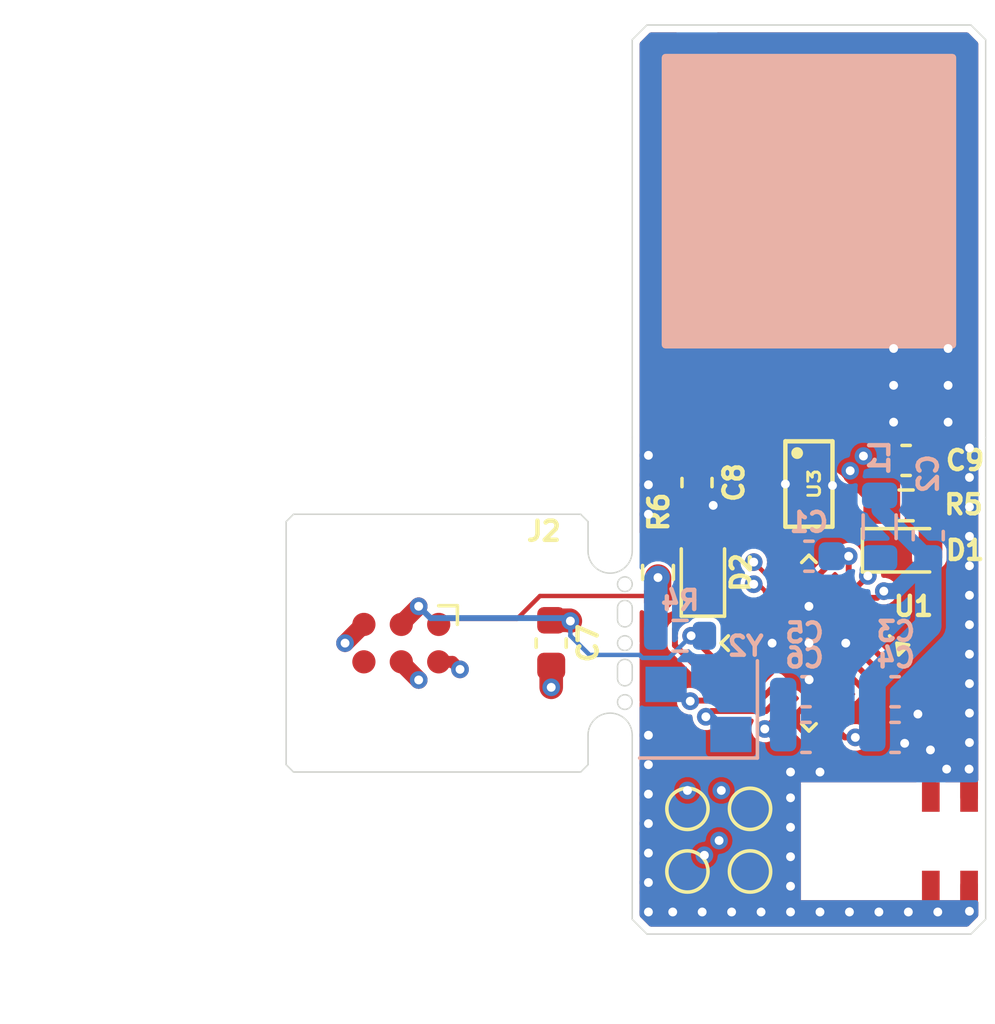
<source format=kicad_pcb>
(kicad_pcb (version 20240108) (generator "pcbnew") (generator_version "8.0")
  (layers (0 "F.Cu" signal) (1 "In1.Cu" signal) (2 "In2.Cu" signal) (31 "B.Cu" signal) (34 "B.Paste" user) (35 "F.Paste" user) (36 "B.SilkS" user "B.Silkscreen") (37 "F.SilkS" user "F.Silkscreen") (38 "B.Mask" user) (39 "F.Mask" user) (44 "Edge.Cuts" user))
  (net 0 "")
  (net 1 "GND")
  (net 2 "Net-(AE2-FEED)")
  (net 3 "+3V3")
  (net 4 "+5V")
  (net 5 "Net-(D1-A)")
  (net 6 "Net-(D2-A)")
  (net 7 "/USB_DP")
  (net 8 "/USB_DN")
  (net 28 "/VDCIA")
  (net 29 "/VINTA")
  (net 30 "/NRST")
  (net 31 "/STATUS")
  (net 32 "/SWCLK")
  (net 33 "/SWDIO")
  (net 34 "/VSW")
  (net 35 "/HSE_I")
  (net 36 "/HSE_O")
  (footprint "LED_SMD:LED_0603_1608Metric" (layer "F.Cu") (at 145.4 125.8)
    (property "Reference" "D1" (at 2 0 0) (layer "F.SilkS") (effects (font (size 0.65 0.65))))
    (property "Value" "PWR")
    (fp_line (start -1.485 -0.735) (end -1.485 0.735) (stroke (width 0.12)) (layer "F.SilkS"))
    (fp_line (start -1.485 0.735) (end 0.799998 0.734999) (stroke (width 0.12)) (layer "F.SilkS"))
    (fp_line (start 0.799999 -0.734999) (end -1.485 -0.735) (stroke (width 0.12)) (layer "F.SilkS"))
    (pad "1" smd roundrect (at -0.787502 -0.000001) (size 0.875 0.95) (layers "F.Cu" "F.Paste" "F.Mask") (net 1 "GND"))
    (pad "2" smd roundrect (at 0.787502 0.000001) (size 0.875 0.95) (layers "F.Cu" "F.Paste" "F.Mask") (net 5 "Net-(D1-A)"))
  )
  (footprint "Connector:Tag-Connect_TC2030-IDC-FP_2x03_P1.27mm_Vertical" (layer "F.Cu") (at 128.259997 128.949999 180)
    (property "Reference" "J2" (at -4.840003 3.799999 0) (layer "F.SilkS") (effects (font (size 0.65 0.65))))
    (property "Value" "Conn_ARM_SWD_TagConnect_TC2030")
    (fp_line (start -1.269998 1.269998) (end -1.905 1.27) (stroke (width 0.12)) (layer "F.SilkS"))
    (fp_line (start -1.905 1.27) (end -1.905 0.634998) (stroke (width 0.12)) (layer "F.SilkS"))
    (pad "" np_thru_hole circle (at -2.540003 -0.000001 180) (size 0.9906 0.9906) (drill 0.9906) (layers "*.Cu" "*.Mask"))
    (pad "" np_thru_hole circle (at -2.54 -2.54 180) (size 2.3749 2.3749) (drill 2.3749) (layers "*.Cu" "*.Mask"))
    (pad "" np_thru_hole circle (at -2.54 2.54 180) (size 2.3749 2.3749) (drill 2.3749) (layers "*.Cu" "*.Mask"))
    (pad "" np_thru_hole circle (at 0.635001 -2.54 180) (size 2.3749 2.3749) (drill 2.3749) (layers "*.Cu" "*.Mask"))
    (pad "" np_thru_hole circle (at 0.635001 2.54 180) (size 2.3749 2.3749) (drill 2.3749) (layers "*.Cu" "*.Mask"))
    (pad "" np_thru_hole circle (at 2.540002 -1.016002 180) (size 0.9906 0.9906) (drill 0.9906) (layers "*.Cu" "*.Mask"))
    (pad "" np_thru_hole circle (at 2.540002 1.016001 180) (size 0.9906 0.9906) (drill 0.9906) (layers "*.Cu" "*.Mask"))
    (pad "1" connect circle (at -1.27 0.634999 180) (size 0.7874 0.7874) (layers "F.Cu" "F.Mask") (net 3 "+3V3"))
    (pad "2" connect circle (at -1.269998 -0.634999 180) (size 0.7874 0.7874) (layers "F.Cu" "F.Mask") (net 33 "/SWDIO"))
    (pad "3" connect circle (at 0 0.635 180) (size 0.7874 0.7874) (layers "F.Cu" "F.Mask") (net 30 "/NRST"))
    (pad "4" connect circle (at 0 -0.635 180) (size 0.7874 0.7874) (layers "F.Cu" "F.Mask") (net 32 "/SWCLK"))
    (pad "5" connect circle (at 1.269998 0.634999 180) (size 0.7874 0.7874) (layers "F.Cu" "F.Mask") (net 1 "GND"))
    (pad "6" connect circle (at 1.27 -0.634999 180) (size 0.7874 0.7874) (layers "F.Cu" "F.Mask"))
    (zone (net 0) (net_name "") (layer "F.Cu") (connect_pads (clearance 0)) (min_thickness 0.254)
      (keepout (tracks allowed) (vias not_allowed) (pads allowed) (copperpour not_allowed) (footprints not_allowed))
      (fill (thermal_gap 0.508) (thermal_bridge_width 0.508))
      (polygon (pts (xy 126.989997 129.584998) (xy 129.529995 129.584998) (xy 129.529997 128.315) (xy 126.989999 128.315)))
    )
  )
  (footprint "Capacitor_SMD:C_0603_1608Metric" (layer "F.Cu") (at 145.4 122.75)
    (property "Reference" "C9" (at 2 0 0) (layer "F.SilkS") (effects (font (size 0.65 0.65))))
    (property "Value" "1u")
    (fp_line (start -0.140581 -0.509999) (end 0.140581 -0.51) (stroke (width 0.12)) (layer "F.SilkS"))
    (fp_line (start -0.140581 0.51) (end 0.140581 0.509999) (stroke (width 0.12)) (layer "F.SilkS"))
    (pad "1" smd roundrect (at -0.775001 0) (size 0.9 0.95) (layers "F.Cu" "F.Paste" "F.Mask") (net 3 "+3V3"))
    (pad "2" smd roundrect (at 0.775001 0) (size 0.9 0.95) (layers "F.Cu" "F.Paste" "F.Mask") (net 1 "GND"))
  )
  (footprint "Package_DFN_QFN:QFN-32-1EP_4x4mm_P0.4mm_EP2.65x2.65mm" (layer "F.Cu") (at 142.1 128.95 -135)
    (property "Reference" "U1" (at -3.394113 -1.626346 0) (layer "F.SilkS") (effects (font (size 0.65 0.65))))
    (property "Value" "~")
    (fp_line (start 2.110001 2.110002) (end 2.110001 1.76) (stroke (width 0.12)) (layer "F.SilkS"))
    (fp_line (start 1.759998 2.11) (end 2.110001 2.110002) (stroke (width 0.12)) (layer "F.SilkS"))
    (fp_line (start -1.76 2.110001) (end -2.110002 2.110001) (stroke (width 0.12)) (layer "F.SilkS"))
    (fp_line (start 2.110002 -2.110001) (end 2.11 -1.759998) (stroke (width 0.12)) (layer "F.SilkS"))
    (fp_line (start -2.110002 2.110001) (end -2.11 1.759998) (stroke (width 0.12)) (layer "F.SilkS"))
    (fp_line (start 1.76 -2.110001) (end 2.110002 -2.110001) (stroke (width 0.12)) (layer "F.SilkS"))
    (fp_line (start -2.110001 -1.76) (end -2.110002 -1.87) (stroke (width 0.12)) (layer "F.SilkS"))
    (fp_poly (pts (xy -2.110001 -2.110002) (xy -2.35 -2.439999) (xy -1.87 -2.440003) (xy -2.110001 -2.110002)) (stroke (width 0.12)) (fill solid) (layer "F.SilkS"))
    (pad "1" smd custom (at -1.95 -1.400001 225) (size 0.129289 0.129289) (layers "F.Cu" "F.Paste" "F.Mask") (options (clearance outline) (anchor circle)) (primitives (gr_poly (pts (xy -0.35 -0.05) (xy 0.279289 -0.05) (xy 0.35 0.020711) (xy 0.35 0.05) (xy -0.35 0.05)) (width 0.1) (fill yes))))
    (pad "2" smd roundrect (at -1.949998 -1 225) (size 0.8 0.2) (layers "F.Cu" "F.Paste" "F.Mask"))
    (pad "3" smd roundrect (at -1.95 -0.600002 225) (size 0.8 0.2) (layers "F.Cu" "F.Paste" "F.Mask"))
    (pad "4" smd roundrect (at -1.950002 -0.2 225) (size 0.8 0.2) (layers "F.Cu" "F.Paste" "F.Mask") (net 28 "/VDCIA"))
    (pad "5" smd roundrect (at -1.95 0.199999 225) (size 0.8 0.2) (layers "F.Cu" "F.Paste" "F.Mask") (net 34 "/VSW"))
    (pad "6" smd roundrect (at -1.950003 0.600001 225) (size 0.8 0.2) (layers "F.Cu" "F.Paste" "F.Mask") (net 3 "+3V3"))
    (pad "7" smd roundrect (at -1.95 1.000002 225) (size 0.8 0.2) (layers "F.Cu" "F.Paste" "F.Mask"))
    (pad "8" smd custom (at -1.95 1.400002 225) (size 0.129289 0.129289) (layers "F.Cu" "F.Paste" "F.Mask") (options (clearance outline) (anchor circle)) (primitives (gr_poly (pts (xy -0.35 -0.05) (xy 0.35 -0.05) (xy 0.35 -0.020711) (xy 0.279289 0.05) (xy -0.35 0.05)) (width 0.1) (fill yes))))
    (pad "9" smd custom (at -1.400001 1.95 225) (size 0.129289 0.129289) (layers "F.Cu" "F.Paste" "F.Mask") (options (clearance outline) (anchor circle)) (primitives (gr_poly (pts (xy -0.05 -0.279289) (xy 0.020711 -0.35) (xy 0.05 -0.35) (xy 0.05 0.35) (xy -0.05 0.35)) (width 0.1) (fill yes))))
    (pad "10" smd roundrect (at -1 1.949998 225) (size 0.2 0.8) (layers "F.Cu" "F.Paste" "F.Mask"))
    (pad "11" smd roundrect (at -0.600002 1.95 225) (size 0.2 0.8) (layers "F.Cu" "F.Paste" "F.Mask") (net 32 "/SWCLK"))
    (pad "12" smd roundrect (at -0.2 1.950002 225) (size 0.2 0.8) (layers "F.Cu" "F.Paste" "F.Mask") (net 33 "/SWDIO"))
    (pad "13" smd roundrect (at 0.199999 1.95 225) (size 0.2 0.8) (layers "F.Cu" "F.Paste" "F.Mask"))
    (pad "14" smd roundrect (at 0.600001 1.950003 225) (size 0.2 0.8) (layers "F.Cu" "F.Paste" "F.Mask"))
    (pad "15" smd roundrect (at 1.000002 1.95 225) (size 0.2 0.8) (layers "F.Cu" "F.Paste" "F.Mask") (net 7 "/USB_DP"))
    (pad "16" smd custom (at 1.400002 1.95 225) (size 0.129289 0.129289) (layers "F.Cu" "F.Paste" "F.Mask") (net 8 "/USB_DN") (options (clearance outline) (anchor circle)) (primitives (gr_poly (pts (xy -0.05 -0.35) (xy -0.020711 -0.35) (xy 0.05 -0.279289) (xy 0.05 0.35) (xy -0.05 0.35)) (width 0.1) (fill yes))))
    (pad "17" smd custom (at 1.95 1.400001 225) (size 0.129289 0.129289) (layers "F.Cu" "F.Paste" "F.Mask") (options (clearance outline) (anchor circle)) (primitives (gr_poly (pts (xy -0.35 -0.05) (xy 0.35 -0.05) (xy 0.35 0.05) (xy -0.279289 0.05) (xy -0.35 -0.020711)) (width 0.1) (fill yes))))
    (pad "18" smd roundrect (at 1.949998 1 225) (size 0.8 0.2) (layers "F.Cu" "F.Paste" "F.Mask"))
    (pad "19" smd roundrect (at 1.95 0.600002 225) (size 0.8 0.2) (layers "F.Cu" "F.Paste" "F.Mask") (net 30 "/NRST"))
    (pad "20" smd roundrect (at 1.950002 0.2 225) (size 0.8 0.2) (layers "F.Cu" "F.Paste" "F.Mask") (net 31 "/STATUS"))
    (pad "21" smd roundrect (at 1.95 -0.199999 225) (size 0.8 0.2) (layers "F.Cu" "F.Paste" "F.Mask") (net 36 "/HSE_O"))
    (pad "22" smd roundrect (at 1.950003 -0.600001 225) (size 0.8 0.2) (layers "F.Cu" "F.Paste" "F.Mask") (net 35 "/HSE_I"))
    (pad "23" smd roundrect (at 1.95 -1.000002 225) (size 0.8 0.2) (layers "F.Cu" "F.Paste" "F.Mask") (net 29 "/VINTA"))
    (pad "24" smd custom (at 1.95 -1.400002 225) (size 0.129289 0.129289) (layers "F.Cu" "F.Paste" "F.Mask") (net 2 "Net-(AE2-FEED)") (options (clearance outline) (anchor circle)) (primitives (gr_poly (pts (xy -0.35 0.020711) (xy -0.279289 -0.05) (xy 0.35 -0.05) (xy 0.35 0.05) (xy -0.35 0.05)) (width 0.1) (fill yes))))
    (pad "25" smd custom (at 1.400001 -1.95 225) (size 0.129289 0.129289) (layers "F.Cu" "F.Paste" "F.Mask") (net 28 "/VDCIA") (options (clearance outline) (anchor circle)) (primitives (gr_poly (pts (xy -0.05 -0.35) (xy 0.05 -0.35) (xy 0.05 0.279289) (xy -0.020711 0.35) (xy -0.05 0.35)) (width 0.1) (fill yes))))
    (pad "26" smd roundrect (at 1 -1.949998 225) (size 0.2 0.8) (layers "F.Cu" "F.Paste" "F.Mask"))
    (pad "27" smd roundrect (at 0.600002 -1.95 225) (size 0.2 0.8) (layers "F.Cu" "F.Paste" "F.Mask"))
    (pad "28" smd roundrect (at 0.2 -1.950002 225) (size 0.2 0.8) (layers "F.Cu" "F.Paste" "F.Mask"))
    (pad "29" smd roundrect (at -0.199999 -1.95 225) (size 0.2 0.8) (layers "F.Cu" "F.Paste" "F.Mask"))
    (pad "30" smd roundrect (at -0.600001 -1.950003 225) (size 0.2 0.8) (layers "F.Cu" "F.Paste" "F.Mask"))
    (pad "31" smd roundrect (at -1.000002 -1.95 225) (size 0.2 0.8) (layers "F.Cu" "F.Paste" "F.Mask"))
    (pad "32" smd custom (at -1.400002 -1.95 225) (size 0.129289 0.129289) (layers "F.Cu" "F.Paste" "F.Mask") (options (clearance outline) (anchor circle)) (primitives (gr_poly (pts (xy -0.05 -0.35) (xy 0.05 -0.35) (xy 0.05 0.35) (xy 0.020711 0.35) (xy -0.05 0.279289)) (width 0.1) (fill yes))))
    (pad "33" smd rect (at 0 0 225) (size 2.65 2.65) (property pad_prop_heatsink) (layers "F.Cu" "F.Mask") (net 1 "GND"))
  )
  (footprint "TestPoint:TestPoint_Pad_D1.0mm" (layer "F.Cu") (at 137.975 134.575)
    (property "Reference" "TP3" (hide yes))
    (property "Value" "TestPoint")
    (fp_circle (center 0 0) (end 0 0.7) (stroke (width 0.12)) (fill none) (layer "F.SilkS"))
    (pad "1" smd circle (at 0 0) (size 1 1) (layers "F.Cu" "F.Mask") (net 33 "/SWDIO"))
  )
  (footprint "Marijn_KiCad:PCB_USB" (layer "F.Cu") (at 142.1 114.97)
    (property "Reference" "J1" (hide yes))
    (property "Value" "PCB_USB")
    (fp_line (start -6 -6.5) (end -5.5 -7) (stroke (width 0.05)) (layer "Edge.Cuts"))
    (fp_line (start -6 7) (end -6 -6.5) (stroke (width 0.05)) (layer "Edge.Cuts"))
    (fp_line (start -5.5 -7) (end 5.5 -7) (stroke (width 0.05)) (layer "Edge.Cuts"))
    (fp_line (start 5.5 -7) (end 6 -6.5) (stroke (width 0.05)) (layer "Edge.Cuts"))
    (fp_line (start 6 -6.5) (end 6 7) (stroke (width 0.05)) (layer "Edge.Cuts"))
    (pad "1" smd roundrect (at -3.8 0) (size 1.3 13) (layers "F.Cu" "F.Paste" "F.Mask") (roundrect_rratio 0.1) (net 4 "+5V"))
    (pad "2" smd roundrect (at -1 0.5) (size 1.3 12) (layers "F.Cu" "F.Paste" "F.Mask") (roundrect_rratio 0.1) (net 8 "/USB_DN"))
    (pad "3" smd roundrect (at 1 0.5) (size 1.3 12) (layers "F.Cu" "F.Paste" "F.Mask") (roundrect_rratio 0.1) (net 7 "/USB_DP"))
    (pad "4" smd roundrect (at 3.8 0) (size 1.3 13) (layers "F.Cu" "F.Paste" "F.Mask") (roundrect_rratio 0.1) (net 1 "GND"))
  )
  (footprint "Capacitor_SMD:C_0603_1608Metric" (layer "F.Cu") (at 133.35 128.95 90)
    (property "Reference" "C7" (at 0 1.25 90) (layer "F.SilkS") (effects (font (size 0.65 0.65))))
    (property "Value" "100n")
    (fp_line (start -0.140581 -0.509999) (end 0.140581 -0.51) (stroke (width 0.12)) (layer "F.SilkS"))
    (fp_line (start -0.140581 0.51) (end 0.140581 0.509999) (stroke (width 0.12)) (layer "F.SilkS"))
    (pad "1" smd roundrect (at -0.775001 0 90) (size 0.9 0.95) (layers "F.Cu" "F.Paste" "F.Mask") (net 1 "GND"))
    (pad "2" smd roundrect (at 0.775001 0 90) (size 0.9 0.95) (layers "F.Cu" "F.Paste" "F.Mask") (net 30 "/NRST"))
  )
  (footprint "TestPoint:TestPoint_Pad_D1.0mm" (layer "F.Cu") (at 140.1 136.7)
    (property "Reference" "TP4" (hide yes))
    (property "Value" "TestPoint")
    (fp_circle (center 0 0) (end 0 0.7) (stroke (width 0.12)) (fill none) (layer "F.SilkS"))
    (pad "1" smd circle (at 0 0) (size 1 1) (layers "F.Cu" "F.Mask") (net 1 "GND"))
  )
  (footprint "TestPoint:TestPoint_Pad_D1.0mm" (layer "F.Cu") (at 140.1 134.575)
    (property "Reference" "TP2" (hide yes))
    (property "Value" "TestPoint")
    (fp_circle (center 0 0) (end 0 0.7) (stroke (width 0.12)) (fill none) (layer "F.SilkS"))
    (pad "1" smd circle (at 0 0) (size 1 1) (layers "F.Cu" "F.Mask") (net 32 "/SWCLK"))
  )
  (footprint "Capacitor_SMD:C_0603_1608Metric" (layer "F.Cu") (at 138.3 123.5 -90)
    (property "Reference" "C8" (at 0 -1.25 90) (layer "F.SilkS") (effects (font (size 0.65 0.65))))
    (property "Value" "1u")
    (fp_line (start -0.140581 0.509999) (end 0.140581 0.51) (stroke (width 0.12)) (layer "F.SilkS"))
    (fp_line (start -0.140581 -0.51) (end 0.140581 -0.509999) (stroke (width 0.12)) (layer "F.SilkS"))
    (pad "1" smd roundrect (at -0.775001 0 270) (size 0.9 0.95) (layers "F.Cu" "F.Paste" "F.Mask") (net 4 "+5V"))
    (pad "2" smd roundrect (at 0.775001 0 270) (size 0.9 0.95) (layers "F.Cu" "F.Paste" "F.Mask") (net 1 "GND"))
  )
  (footprint "Resistor_SMD:R_0603_1608Metric" (layer "F.Cu") (at 145.4 124.275)
    (property "Reference" "R5" (at 1.95 -0.025 0) (layer "F.SilkS") (effects (font (size 0.65 0.65))))
    (property "Value" "5k1")
    (fp_line (start -0.237258 -0.5225) (end 0.237258 -0.5225) (stroke (width 0.12)) (layer "F.SilkS"))
    (fp_line (start -0.237258 0.5225) (end 0.237258 0.5225) (stroke (width 0.12)) (layer "F.SilkS"))
    (pad "1" smd roundrect (at -0.825 0) (size 0.8 0.95) (layers "F.Cu" "F.Paste" "F.Mask") (net 3 "+3V3"))
    (pad "2" smd roundrect (at 0.825 0) (size 0.8 0.95) (layers "F.Cu" "F.Paste" "F.Mask") (net 5 "Net-(D1-A)"))
  )
  (footprint "Marijn_KiCad:SOT-25" (layer "F.Cu") (at 142.1 123.55 -90)
    (property "Reference" "U3" (at 0 -0.18 90) (layer "F.SilkS") (effects (font (size 0.4 0.5) (thickness 0.1))))
    (property "Value" "AP7343" (hide yes))
    (fp_line (start -1.45 0.8) (end -1.45 -0.8) (stroke (width 0.15)) (layer "F.SilkS"))
    (fp_line (start 1.45 0.8) (end -1.45 0.8) (stroke (width 0.15)) (layer "F.SilkS"))
    (fp_line (start -1.45 -0.8) (end 1.45 -0.8) (stroke (width 0.15)) (layer "F.SilkS"))
    (fp_line (start 1.45 -0.8) (end 1.45 0.8) (stroke (width 0.15)) (layer "F.SilkS"))
    (fp_circle (center -1.05 0.400001) (end -0.95 0.4) (stroke (width 0.2)) (fill none) (layer "F.SilkS"))
    (pad "1" smd rect (at -0.949997 1.200002 270) (size 0.55 0.8) (layers "F.Cu" "F.Paste" "F.Mask") (net 4 "+5V"))
    (pad "2" smd rect (at 0 1.2 270) (size 0.55 0.8) (layers "F.Cu" "F.Paste" "F.Mask") (net 1 "GND"))
    (pad "3" smd rect (at 0.95 1.200003 270) (size 0.55 0.8) (layers "F.Cu" "F.Paste" "F.Mask") (net 4 "+5V"))
    (pad "4" smd rect (at 0.949997 -1.200002 270) (size 0.55 0.8) (layers "F.Cu" "F.Paste" "F.Mask"))
    (pad "5" smd rect (at -0.95 -1.200003 270) (size 0.55 0.8) (layers "F.Cu" "F.Paste" "F.Mask") (net 3 "+3V3"))
  )
  (footprint "Resistor_SMD:R_0603_1608Metric" (layer "F.Cu") (at 136.974999 126.549999 90)
    (property "Reference" "R6" (at 2.049999 0.025001 90) (layer "F.SilkS") (effects (font (size 0.65 0.65))))
    (property "Value" "1k")
    (fp_line (start -0.237258 -0.5225) (end 0.237258 -0.5225) (stroke (width 0.12)) (layer "F.SilkS"))
    (fp_line (start -0.237258 0.5225) (end 0.237258 0.5225) (stroke (width 0.12)) (layer "F.SilkS"))
    (pad "1" smd roundrect (at -0.825 0 90) (size 0.8 0.95) (layers "F.Cu" "F.Paste" "F.Mask") (net 3 "+3V3"))
    (pad "2" smd roundrect (at 0.825 0 90) (size 0.8 0.95) (layers "F.Cu" "F.Paste" "F.Mask") (net 6 "Net-(D2-A)"))
  )
  (footprint "TestPoint:TestPoint_Pad_D1.0mm" (layer "F.Cu") (at 137.975 136.7)
    (property "Reference" "TP1" (hide yes))
    (property "Value" "TestPoint")
    (fp_circle (center 0 0) (end 0 0.7) (stroke (width 0.12)) (fill none) (layer "F.SilkS"))
    (pad "1" smd circle (at 0 0) (size 1 1) (layers "F.Cu" "F.Mask") (net 3 "+3V3"))
  )
  (footprint "Marijn_KiCad:2450AT18D0100" (layer "F.Cu") (at 146.8875 135.675 -90)
    (property "Reference" "AE2" (hide yes))
    (property "Value" "2450AT18D0100")
    (pad "1" smd rect (at -1.5 0.65 270) (size 1 0.6) (layers "F.Cu" "F.Paste" "F.Mask") (net 2 "Net-(AE2-FEED)"))
    (pad "2" smd rect (at 1.5 0.65 270) (size 1 0.6) (layers "F.Cu" "F.Paste" "F.Mask") (net 1 "GND"))
    (pad "3" smd rect (at 1.5 -0.65 270) (size 1 0.6) (layers "F.Cu" "F.Paste" "F.Mask") (net 1 "GND"))
    (pad "4" smd rect (at -1.5 -0.65 270) (size 1 0.6) (layers "F.Cu" "F.Paste" "F.Mask") (net 1 "GND"))
  )
  (footprint "LED_SMD:LED_0603_1608Metric" (layer "F.Cu") (at 138.5 126.55 90)
    (property "Reference" "D2" (at 0 1.3 -90) (layer "F.SilkS") (effects (font (size 0.65 0.65))))
    (property "Value" "CH_STATUS")
    (fp_line (start 0.799997 -0.734999) (end -1.485002 -0.734999) (stroke (width 0.12)) (layer "F.SilkS"))
    (fp_line (start -1.485002 -0.734999) (end -1.485001 0.734999) (stroke (width 0.12)) (layer "F.SilkS"))
    (fp_line (start -1.485001 0.734999) (end 0.799997 0.735002) (stroke (width 0.12)) (layer "F.SilkS"))
    (pad "1" smd roundrect (at -0.787501 0 90) (size 0.875 0.95) (layers "F.Cu" "F.Paste" "F.Mask") (net 31 "/STATUS"))
    (pad "2" smd roundrect (at 0.787501 0 90) (size 0.875 0.95) (layers "F.Cu" "F.Paste" "F.Mask") (net 6 "Net-(D2-A)"))
  )
  (footprint "Capacitor_SMD:C_0603_1608Metric" (layer "B.Cu") (at 142 132.15 180)
    (property "Reference" "C6" (at 0.05 2.7 0) (layer "B.SilkS") (effects (font (size 0.65 0.65)) (justify mirror)))
    (property "Value" "100n")
    (fp_line (start 0.14058 0.51) (end -0.14058 0.51) (stroke (width 0.12)) (layer "B.SilkS"))
    (fp_line (start 0.14058 -0.51) (end -0.14058 -0.51) (stroke (width 0.12)) (layer "B.SilkS"))
    (pad "1" smd roundrect (at -0.775 0 180) (size 0.9 0.95) (layers "B.Cu" "B.Paste" "B.Mask") (net 1 "GND"))
    (pad "2" smd roundrect (at 0.775 0 180) (size 0.9 0.95) (layers "B.Cu" "B.Paste" "B.Mask") (net 29 "/VINTA"))
  )
  (footprint "Capacitor_SMD:C_0603_1608Metric" (layer "B.Cu") (at 142 130.6 180)
    (property "Reference" "C5" (at 0.05 2 0) (layer "B.SilkS") (effects (font (size 0.65 0.65)) (justify mirror)))
    (property "Value" "470n")
    (fp_line (start 0.14058 0.51) (end -0.14058 0.51) (stroke (width 0.12)) (layer "B.SilkS"))
    (fp_line (start 0.14058 -0.51) (end -0.14058 -0.51) (stroke (width 0.12)) (layer "B.SilkS"))
    (pad "1" smd roundrect (at -0.775 0 180) (size 0.9 0.95) (layers "B.Cu" "B.Paste" "B.Mask") (net 1 "GND"))
    (pad "2" smd roundrect (at 0.775 0 180) (size 0.9 0.95) (layers "B.Cu" "B.Paste" "B.Mask") (net 29 "/VINTA"))
  )
  (footprint "Capacitor_SMD:C_0603_1608Metric" (layer "B.Cu") (at 145.025002 130.600002 180)
    (property "Reference" "C3" (at -0.024998 2.050002 0) (layer "B.SilkS") (effects (font (size 0.65 0.65)) (justify mirror)))
    (property "Value" "470n")
    (fp_line (start 0.140581 0.51) (end -0.140581 0.509999) (stroke (width 0.12)) (layer "B.SilkS"))
    (fp_line (start 0.140581 -0.509999) (end -0.140581 -0.51) (stroke (width 0.12)) (layer "B.SilkS"))
    (pad "1" smd roundrect (at -0.775001 0 180) (size 0.9 0.95) (layers "B.Cu" "B.Paste" "B.Mask") (net 1 "GND"))
    (pad "2" smd roundrect (at 0.775001 0 180) (size 0.9 0.95) (layers "B.Cu" "B.Paste" "B.Mask") (net 28 "/VDCIA"))
  )
  (footprint "Resistor_SMD:R_0603_1608Metric" (layer "B.Cu") (at 137.725 128.7 180)
    (property "Reference" "R4" (at 0 1.2 0) (layer "B.SilkS") (effects (font (size 0.65 0.65)) (justify mirror)))
    (property "Value" "10k")
    (fp_line (start 0.237258 0.5225) (end -0.237258 0.5225) (stroke (width 0.12)) (layer "B.SilkS"))
    (fp_line (start 0.237258 -0.5225) (end -0.237258 -0.5225) (stroke (width 0.12)) (layer "B.SilkS"))
    (pad "1" smd roundrect (at -0.825 0 180) (size 0.8 0.95) (layers "B.Cu" "B.Paste" "B.Mask") (net 30 "/NRST"))
    (pad "2" smd roundrect (at 0.825 0 180) (size 0.8 0.95) (layers "B.Cu" "B.Paste" "B.Mask") (net 3 "+3V3"))
  )
  (footprint "Crystal:Crystal_SMD_3225-4Pin_3.2x2.5mm" (layer "B.Cu") (at 138.35 131.2 180)
    (property "Reference" "Y2" (at -1.6 2.15 0) (layer "B.SilkS") (effects (font (size 0.65 0.65)) (justify mirror)))
    (property "Value" "32MHz")
    (fp_line (start 2 -1.65) (end -2 -1.65) (stroke (width 0.12)) (layer "B.SilkS"))
    (fp_line (start -2 -1.65) (end -2 1.65) (stroke (width 0.12)) (layer "B.SilkS"))
    (pad "1" smd rect (at -1.1 -0.85 180) (size 1.4 1.2) (layers "B.Cu" "B.Paste" "B.Mask") (net 35 "/HSE_I"))
    (pad "2" smd rect (at 1.1 -0.85 180) (size 1.4 1.2) (layers "B.Cu" "B.Paste" "B.Mask") (net 1 "GND"))
    (pad "3" smd rect (at 1.1 0.85 180) (size 1.4 1.2) (layers "B.Cu" "B.Paste" "B.Mask") (net 36 "/HSE_O"))
    (pad "4" smd rect (at -1.1 0.85 180) (size 1.4 1.2) (layers "B.Cu" "B.Paste" "B.Mask") (net 1 "GND"))
  )
  (footprint "Capacitor_SMD:C_0603_1608Metric" (layer "B.Cu") (at 146.15 125.3 -90)
    (property "Reference" "C2" (at -2.1 0 90) (layer "B.SilkS") (effects (font (size 0.65 0.65)) (justify mirror)))
    (property "Value" "4u7")
    (fp_line (start 0.140581 0.509999) (end -0.140581 0.51) (stroke (width 0.12)) (layer "B.SilkS"))
    (fp_line (start 0.140581 -0.51) (end -0.140581 -0.509999) (stroke (width 0.12)) (layer "B.SilkS"))
    (pad "1" smd roundrect (at -0.775001 0 270) (size 0.9 0.95) (layers "B.Cu" "B.Paste" "B.Mask") (net 1 "GND"))
    (pad "2" smd roundrect (at 0.775001 0 270) (size 0.9 0.95) (layers "B.Cu" "B.Paste" "B.Mask") (net 28 "/VDCIA"))
  )
  (footprint "Capacitor_SMD:C_0603_1608Metric" (layer "B.Cu") (at 142.1 126)
    (property "Reference" "C1" (at 0 -1.15 0) (layer "B.SilkS") (effects (font (size 0.65 0.65)) (justify mirror)))
    (property "Value" "2u2")
    (fp_line (start 0.140581 -0.51) (end -0.140581 -0.51) (stroke (width 0.12)) (layer "B.SilkS"))
    (fp_line (start 0.140581 0.51) (end -0.140581 0.51) (stroke (width 0.12)) (layer "B.SilkS"))
    (pad "1" smd roundrect (at -0.775001 0) (size 0.9 0.95) (layers "B.Cu" "B.Paste" "B.Mask") (net 1 "GND"))
    (pad "2" smd roundrect (at 0.775001 0) (size 0.9 0.95) (layers "B.Cu" "B.Paste" "B.Mask") (net 3 "+3V3"))
  )
  (footprint "Inductor_SMD:L_0805_2012Metric" (layer "B.Cu") (at 144.5 125 90)
    (property "Reference" "L1" (at 2.35 0 90) (layer "B.SilkS") (effects (font (size 0.65 0.65)) (justify mirror)))
    (property "Value" "10u")
    (fp_line (start 0.399622 -0.56) (end -0.399622 -0.56) (stroke (width 0.12)) (layer "B.SilkS"))
    (fp_line (start 0.399622 0.56) (end -0.399622 0.56) (stroke (width 0.12)) (layer "B.SilkS"))
    (pad "1" smd roundrect (at -1.0625 0 90) (size 0.875 1.2) (layers "B.Cu" "B.Paste" "B.Mask") (net 34 "/VSW"))
    (pad "2" smd roundrect (at 1.0625 0 90) (size 0.875 1.2) (layers "B.Cu" "B.Paste" "B.Mask") (net 28 "/VDCIA"))
  )
  (footprint "Capacitor_SMD:C_0603_1608Metric" (layer "B.Cu") (at 145.025 132.15 180)
    (property "Reference" "C4" (at -0.025 2.7 0) (layer "B.SilkS") (effects (font (size 0.65 0.65)) (justify mirror)))
    (property "Value" "100n")
    (fp_line (start 0.140581 0.51) (end -0.140581 0.509999) (stroke (width 0.12)) (layer "B.SilkS"))
    (fp_line (start 0.140581 -0.509999) (end -0.140581 -0.51) (stroke (width 0.12)) (layer "B.SilkS"))
    (pad "1" smd roundrect (at -0.775001 0 180) (size 0.9 0.95) (layers "B.Cu" "B.Paste" "B.Mask") (net 1 "GND"))
    (pad "2" smd roundrect (at 0.775001 0 180) (size 0.9 0.95) (layers "B.Cu" "B.Paste" "B.Mask") (net 28 "/VDCIA"))
  )
  (gr_line (start 148.1 138.325) (end 148.1 121.97) (stroke (width 0.05)) (layer "Edge.Cuts"))
  (gr_arc (start 136.100104 125.825) (mid 135.35 126.575104) (end 134.599896 125.825) (stroke (width 0.05)) (layer "Edge.Cuts"))
  (gr_arc (start 134.6 132.075) (mid 135.35 131.325) (end 136.1 132.075) (stroke (width 0.05)) (layer "Edge.Cuts"))
  (gr_line (start 148.1 138.325) (end 147.6 138.825) (stroke (width 0.05)) (layer "Edge.Cuts"))
  (gr_arc (start 135.600002 129.749998) (mid 135.85 129.5) (end 136.099998 129.749998) (stroke (width 0.05)) (layer "Edge.Cuts"))
  (gr_line (start 124.35 124.825) (end 124.6 124.575) (stroke (width 0.05)) (layer "Edge.Cuts"))
  (gr_line (start 134.35 124.575) (end 124.6 124.575) (stroke (width 0.05)) (layer "Edge.Cuts"))
  (gr_line (start 147.6 138.825) (end 136.6 138.825) (stroke (width 0.05)) (layer "Edge.Cuts"))
  (gr_line (start 134.35 133.325) (end 134.6 133.075) (stroke (width 0.05)) (layer "Edge.Cuts"))
  (gr_line (start 124.6 133.325) (end 134.35 133.325) (stroke (width 0.05)) (layer "Edge.Cuts"))
  (gr_arc (start 136.1 128.15) (mid 135.85 128.4) (end 135.6 128.15) (stroke (width 0.05)) (layer "Edge.Cuts"))
  (gr_line (start 135.6 129.75) (end 135.6 130.15) (stroke (width 0.05)) (layer "Edge.Cuts"))
  (gr_circle (center 135.85 126.95) (end 136.1 126.95) (stroke (width 0.05)) (fill none) (layer "Edge.Cuts"))
  (gr_circle (center 135.85 128.95) (end 136.1 128.95) (stroke (width 0.05)) (fill none) (layer "Edge.Cuts"))
  (gr_line (start 136.1 132.075) (end 136.1 138.325) (stroke (width 0.05)) (layer "Edge.Cuts"))
  (gr_line (start 136.1 121.97) (end 136.1 125.825) (stroke (width 0.05)) (layer "Edge.Cuts"))
  (gr_arc (start 136.1 130.15) (mid 135.85 130.4) (end 135.6 130.15) (stroke (width 0.05)) (layer "Edge.Cuts"))
  (gr_circle (center 135.85 130.95) (end 136.1 130.95) (stroke (width 0.05)) (fill none) (layer "Edge.Cuts"))
  (gr_line (start 136.1 130.15) (end 136.1 129.75) (stroke (width 0.05)) (layer "Edge.Cuts"))
  (gr_line (start 124.35 124.825) (end 124.35 133.075) (stroke (width 0.05)) (layer "Edge.Cuts"))
  (gr_arc (start 135.600002 127.749998) (mid 135.85 127.5) (end 136.099998 127.749998) (stroke (width 0.05)) (layer "Edge.Cuts"))
  (gr_line (start 136.1 128.15) (end 136.1 127.75) (stroke (width 0.05)) (layer "Edge.Cuts"))
  (gr_line (start 134.6 133.075) (end 134.6 132.075) (stroke (width 0.05)) (layer "Edge.Cuts"))
  (gr_line (start 124.35 133.075) (end 124.6 133.325) (stroke (width 0.05)) (layer "Edge.Cuts"))
  (gr_line (start 135.6 128.15) (end 135.6 127.75) (stroke (width 0.05)) (layer "Edge.Cuts"))
  (gr_line (start 134.6 125.825) (end 134.6 124.825) (stroke (width 0.05)) (layer "Edge.Cuts"))
  (gr_line (start 134.35 124.575) (end 134.6 124.825) (stroke (width 0.05)) (layer "Edge.Cuts"))
  (gr_line (start 136.6 138.825) (end 136.1 138.325) (stroke (width 0.05)) (layer "Edge.Cuts"))
  (segment (start 142.1 130.186289) (end 142.107066 130.193355) (width 0.2) (layer "F.Cu") (net 1))
  (segment (start 138.3 124.275001) (end 138.849999 124.275001) (width 0.9) (layer "F.Cu") (net 1))
  (segment (start 126.985 128.315) (end 126.35 128.95) (width 0.6) (layer "F.Cu") (net 1))
  (segment (start 142.1 128.95) (end 140.85 128.95) (width 0.2) (layer "F.Cu") (net 1))
  (segment (start 142.1 128.95) (end 142.1 127.7) (width 0.2) (layer "F.Cu") (net 1))
  (segment (start 140.9 123.55) (end 141.3 123.55) (width 0.55) (layer "F.Cu") (net 1))
  (segment (start 142.1 128.95) (end 142.1 130.186289) (width 0.2) (layer "F.Cu") (net 1))
  (segment (start 147.55 138.05) (end 147.5375 138.0375) (width 0.6) (layer "F.Cu") (net 1))
  (segment (start 138.849999 124.275001) (end 138.85 124.275) (width 0.9) (layer "F.Cu") (net 1))
  (segment (start 147.5375 138.0375) (end 147.5375 137.175) (width 0.6) (layer "F.Cu") (net 1))
  (segment (start 133.35 129.725001) (end 133.35 130.45) (width 0.8) (layer "F.Cu") (net 1))
  (segment (start 126.989999 128.315) (end 126.985 128.315) (width 0.6) (layer "F.Cu") (net 1))
  (segment (start 147.5375 134.175) (end 147.5375 133.225) (width 0.6) (layer "F.Cu") (net 1))
  (segment (start 142.1 128.95) (end 143.35 128.95) (width 0.2) (layer "F.Cu") (net 1))
  (via (at 137.475 138.075) (size 0.6) (drill 0.3) (layers "F.Cu" "B.Cu") (net 1))
  (via (at 140.475 138.075) (size 0.6) (drill 0.3) (layers "F.Cu" "B.Cu") (net 1))
  (via (at 147.55 132.325) (size 0.6) (drill 0.3) (layers "F.Cu" "B.Cu") (net 1))
  (via (at 142.107066 130.193355) (size 0.6) (drill 0.3) (layers "F.Cu" "B.Cu") (net 1))
  (via (at 142.1 128.95) (size 0.6) (drill 0.3) (layers "F.Cu" "B.Cu") (net 1))
  (via (at 136.65 135.075) (size 0.6) (drill 0.3) (layers "F.Cu" "B.Cu") (net 1))
  (via (at 147.55 131.325) (size 0.6) (drill 0.3) (layers "F.Cu" "B.Cu") (net 1))
  (via (at 147.55 123.325) (size 0.6) (drill 0.3) (layers "F.Cu" "B.Cu") (net 1))
  (via (at 146.475 138.075) (size 0.6) (drill 0.3) (layers "F.Cu" "B.Cu") (net 1))
  (via (at 145.800003 131.357925) (size 0.6) (drill 0.3) (layers "F.Cu" "B.Cu") (net 1))
  (via (at 144.975 121.45) (size 0.6) (drill 0.3) (layers "F.Cu" "B.Cu") (net 1))
  (via (at 147.55 127.325) (size 0.6) (drill 0.3) (layers "F.Cu" "B.Cu") (net 1))
  (via (at 144.975 120.2) (size 0.6) (drill 0.3) (layers "F.Cu" "B.Cu") (net 1))
  (via (at 141.3 123.55) (size 0.6) (drill 0.3) (layers "F.Cu" "B.Cu") (net 1))
  (via (at 142.9 123.6) (size 0.6) (drill 0.3) (layers "F.Cu" "B.Cu") (net 1))
  (via (at 126.35 128.95) (size 0.6) (drill 0.3) (layers "F.Cu" "B.Cu") (net 1))
  (via (at 146.825 121.45) (size 0.6) (drill 0.3) (layers "F.Cu" "B.Cu") (net 1))
  (via (at 147.55 138.05) (size 0.6) (drill 0.3) (layers "F.Cu" "B.Cu") (net 1))
  (via (at 138.85 124.275) (size 0.6) (drill 0.3) (layers "F.Cu" "B.Cu") (net 1))
  (via (at 142.475 138.075) (size 0.6) (drill 0.3) (layers "F.Cu" "B.Cu") (net 1))
  (via (at 136.65 124.575) (size 0.6) (drill 0.3) (layers "F.Cu" "B.Cu") (net 1))
  (via (at 142.475 133.325) (size 0.6) (drill 0.3) (layers "F.Cu" "B.Cu") (net 1))
  (via (at 141.475 134.2) (size 0.6) (drill 0.3) (layers "F.Cu" "B.Cu") (net 1))
  (via (at 139.475 138.075) (size 0.6) (drill 0.3) (layers "F.Cu" "B.Cu") (net 1))
  (via (at 147.55 125.325) (size 0.6) (drill 0.3) (layers "F.Cu" "B.Cu") (net 1))
  (via (at 143.475 138.075) (size 0.6) (drill 0.3) (layers "F.Cu" "B.Cu") (net 1))
  (via (at 145.35 132.35) (size 0.6) (drill 0.3) (layers "F.Cu" "B.Cu") (net 1))
  (via (at 146.825 120.2) (size 0.6) (drill 0.3) (layers "F.Cu" "B.Cu") (net 1))
  (via (at 136.65 138.075) (size 0.6) (drill 0.3) (layers "F.Cu" "B.Cu") (net 1))
  (via (at 147.55 130.325) (size 0.6) (drill 0.3) (layers "F.Cu" "B.Cu") (net 1))
  (via (at 141.475 135.2) (size 0.6) (drill 0.3) (layers "F.Cu" "B.Cu") (net 1))
  (via (at 146.775 133.225) (size 0.6) (drill 0.3) (layers "F.Cu" "B.Cu") (net 1))
  (via (at 136.65 122.575) (size 0.6) (drill 0.3) (layers "F.Cu" "B.Cu") (net 1))
  (via (at 136.65 132.075) (size 0.6) (drill 0.3) (layers "F.Cu" "B.Cu") (net 1))
  (via (at 145.475 138.075) (size 0.6) (drill 0.3) (layers "F.Cu" "B.Cu") (net 1))
  (via (at 147.5375 133.225) (size 0.6) (drill 0.3) (layers "F.Cu" "B.Cu") (net 1))
  (via (at 141.475 133.325) (size 0.6) (drill 0.3) (layers "F.Cu" "B.Cu") (net 1))
  (via (at 146.225 132.575) (size 0.6) (drill 0.3) (layers "F.Cu" "B.Cu") (net 1))
  (via (at 136.65 136.075) (size 0.6) (drill 0.3) (layers "F.Cu" "B.Cu") (net 1))
  (via (at 144.975 118.95) (size 0.6) (drill 0.3) (layers "F.Cu" "B.Cu") (net 1))
  (via (at 147.55 128.325) (size 0.6) (drill 0.3) (layers "F.Cu" "B.Cu") (net 1))
  (via (at 147.55 126.325) (size 0.6) (drill 0.3) (layers "F.Cu" "B.Cu") (net 1))
  (via (at 141.475 137.2) (size 0.6) (drill 0.3) (layers "F.Cu" "B.Cu") (net 1))
  (via (at 136.65 133.075) (size 0.6) (drill 0.3) (layers "F.Cu" "B.Cu") (net 1))
  (via (at 143.35 128.95) (size 0.6) (drill 0.3) (layers "F.Cu" "B.Cu") (net 1))
  (via (at 133.35 130.45) (size 0.6) (drill 0.3) (layers "F.Cu" "B.Cu") (net 1))
  (via (at 147.55 122.325) (size 0.6) (drill 0.3) (layers "F.Cu" "B.Cu") (net 1))
  (via (at 147.55 124.325) (size 0.6) (drill 0.3) (layers "F.Cu" "B.Cu") (net 1))
  (via (at 142.1 127.7) (size 0.6) (drill 0.3) (layers "F.Cu" "B.Cu") (net 1))
  (via (at 141.475 136.2) (size 0.6) (drill 0.3) (layers "F.Cu" "B.Cu") (net 1))
  (via (at 138.475 138.075) (size 0.6) (drill 0.3) (layers "F.Cu" "B.Cu") (net 1))
  (via (at 136.65 134.075) (size 0.6) (drill 0.3) (layers "F.Cu" "B.Cu") (net 1))
  (via (at 147.55 129.325) (size 0.6) (drill 0.3) (layers "F.Cu" "B.Cu") (net 1))
  (via (at 136.65 123.575) (size 0.6) (drill 0.3) (layers "F.Cu" "B.Cu") (net 1))
  (via (at 141.475 138.075) (size 0.6) (drill 0.3) (layers "F.Cu" "B.Cu") (net 1))
  (via (at 146.825 118.95) (size 0.6) (drill 0.3) (layers "F.Cu" "B.Cu") (net 1))
  (via (at 144.475 138.075) (size 0.6) (drill 0.3) (layers "F.Cu" "B.Cu") (net 1))
  (via (at 140.85 128.95) (size 0.6) (drill 0.3) (layers "F.Cu" "B.Cu") (net 1))
  (via (at 136.65 137.075) (size 0.6) (drill 0.3) (layers "F.Cu" "B.Cu") (net 1))
  (segment (start 142.775 130.6) (end 142.775 132.15) (width 0.9) (layer "B.Cu") (net 1))
  (segment (start 145.800003 131.357925) (end 145.800003 132.149998) (width 0.9) (layer "B.Cu") (net 1))
  (segment (start 145.800003 132.149998) (end 145.800001 132.15) (width 0.9) (layer "B.Cu") (net 1))
  (segment (start 142.513711 130.6) (end 142.107066 130.193355) (width 0.6) (layer "B.Cu") (net 1))
  (segment (start 142.775 130.6) (end 142.513711 130.6) (width 0.6) (layer "B.Cu") (net 1))
  (segment (start 140.85 128.95) (end 139.45 130.35) (width 0.6) (layer "B.Cu") (net 1))
  (segment (start 145.800003 130.600002) (end 145.800003 131.357925) (width 0.9) (layer "B.Cu") (net 1))
  (segment (start 141.711093 131.539951) (end 141.711093 131.318809) (width 0.182) (layer "F.Cu") (net 2))
  (segment (start 142.355546 132.405546) (end 141.867464 131.917464) (width 0.182) (layer "F.Cu") (net 2))
  (segment (start 146.2375 133.839536) (end 146.2375 134.175) (width 0.182) (layer "F.Cu") (net 2))
  (segment (start 143.911394 133.05) (end 145.447963 133.05) (width 0.182) (layer "F.Cu") (net 2))
  (arc (start 146.00625 133.28125) (mid 145.750105 133.110099) (end 145.447963 133.05) (width 0.182) (layer "F.Cu") (net 2))
  (arc (start 141.711093 131.539951) (mid 141.751732 131.744259) (end 141.867464 131.917464) (width 0.182) (layer "F.Cu") (net 2))
  (arc (start 142.355546 132.405546) (mid 143.069375 132.882511) (end 143.911394 133.05) (width 0.182) (layer "F.Cu") (net 2))
  (arc (start 146.00625 133.28125) (mid 146.1774 133.537393) (end 146.2375 133.839536) (width 0.182) (layer "F.Cu") (net 2))
  (segment (start 138 136.7) (end 139.05 135.65) (width 1) (layer "F.Cu") (net 3))
  (segment (start 137.975 136.7) (end 138 136.7) (width 1) (layer "F.Cu") (net 3))
  (segment (start 136.95 127.35) (end 136.974999 127.374999) (width 0.15) (layer "F.Cu") (net 3))
  (segment (start 132.966771 127.35) (end 136.95 127.35) (width 0.15) (layer "F.Cu") (net 3))
  (segment (start 132.187071 128.1297) (end 132.966771 127.35) (width 0.15) (layer "F.Cu") (net 3))
  (segment (start 129.715297 128.1297) (end 132.187071 128.1297) (width 0.15) (layer "F.Cu") (net 3))
  (segment (start 143.45 126.75147) (end 143.45 126) (width 0.2) (layer "F.Cu") (net 3))
  (segment (start 136.974999 127.374999) (end 136.974999 126.724999) (width 0.9) (layer "F.Cu") (net 3))
  (segment (start 143.054595 127.146875) (end 143.45 126.75147) (width 0.2) (layer "F.Cu") (net 3))
  (segment (start 129.529997 128.315) (end 129.715297 128.1297) (width 0.15) (layer "F.Cu") (net 3))
  (via (at 136.974999 126.724999) (size 0.6) (drill 0.3) (layers "F.Cu" "B.Cu") (net 3))
  (via (at 143.45 126) (size 0.6) (drill 0.3) (layers "F.Cu" "B.Cu") (net 3))
  (via (at 139.05 135.65) (size 0.6) (drill 0.3) (layers "F.Cu" "B.Cu") (net 3))
  (via (at 143.5 123.1) (size 0.6) (drill 0.3) (layers "F.Cu" "B.Cu") (net 3))
  (via (at 138.55 136.15) (size 0.6) (drill 0.3) (layers "F.Cu" "B.Cu") (net 3))
  (via (at 143.95 122.6) (size 0.6) (drill 0.3) (layers "F.Cu" "B.Cu") (net 3))
  (segment (start 136.9 128.7) (end 136.9 126.799998) (width 0.8) (layer "B.Cu") (net 3))
  (segment (start 136.9 126.799998) (end 136.974999 126.724999) (width 0.8) (layer "B.Cu") (net 3))
  (segment (start 143.45 126) (end 142.875001 126) (width 0.55) (layer "B.Cu") (net 3))
  (segment (start 146.225 125.762503) (end 146.187502 125.800001) (width 0.8) (layer "F.Cu") (net 5))
  (segment (start 146.225 124.275) (end 146.225 125.762503) (width 0.8) (layer "F.Cu") (net 5))
  (segment (start 136.974999 125.724999) (end 138.4625 125.724999) (width 0.8) (layer "F.Cu") (net 6))
  (segment (start 138.4625 125.724999) (end 138.5 125.762499) (width 0.8) (layer "F.Cu") (net 6))
  (segment (start 142.325 122.143007) (end 142.325 124.311093) (width 0.2) (layer "F.Cu") (net 7))
  (segment (start 140.014034 128.260572) (end 140.014034 128.27825) (width 0.2) (layer "F.Cu") (net 7))
  (segment (start 139.844516 128.073376) (end 140.001533 128.230393) (width 0.2) (layer "F.Cu") (net 7))
  (segment (start 143.1 120.271992) (end 143.1 115.47) (width 0.2) (layer "F.Cu") (net 7))
  (segment (start 139.674999 126.103557) (end 139.674999 127.664125) (width 0.2) (layer "F.Cu") (net 7))
  (segment (start 141.161091 125.475002) (end 140.303554 125.475002) (width 0.2) (layer "F.Cu") (net 7))
  (arc (start 141.984099 125.134101) (mid 141.606499 125.386404) (end 141.161091 125.475002) (width 0.2) (layer "F.Cu") (net 7))
  (arc (start 143.1 120.271992) (mid 142.999292 120.778285) (end 142.7125 121.2075) (width 0.2) (layer "F.Cu") (net 7))
  (arc (start 139.859098 125.659101) (mid 139.722844 125.863019) (end 139.674999 126.103557) (width 0.2) (layer "F.Cu") (net 7))
  (arc (start 142.7125 121.2075) (mid 142.425707 121.636714) (end 142.325 122.143007) (width 0.2) (layer "F.Cu") (net 7))
  (arc (start 140.001533 128.230393) (mid 140.010785 128.244239) (end 140.014034 128.260572) (width 0.2) (layer "F.Cu") (net 7))
  (arc (start 139.674999 127.664125) (mid 139.719055 127.88561) (end 139.844516 128.073376) (width 0.2) (layer "F.Cu") (net 7))
  (arc (start 142.325 124.311093) (mid 142.236402 124.756501) (end 141.984099 125.134101) (width 0.2) (layer "F.Cu") (net 7))
  (arc (start 140.303554 125.475002) (mid 140.063016 125.522847) (end 139.859098 125.659101) (width 0.2) (layer "F.Cu") (net 7))
  (segment (start 141.1 120.271992) (end 141.1 115.47) (width 0.2) (layer "F.Cu") (net 8))
  (segment (start 141.875 122.143007) (end 141.875 124.311086) (width 0.2) (layer "F.Cu") (net 8))
  (segment (start 141.161084 125.025002) (end 140.303547 125.025002) (width 0.2) (layer "F.Cu") (net 8))
  (segment (start 139.224999 126.10355) (end 139.224999 127.757325) (width 0.2) (layer "F.Cu") (net 8))
  (segment (start 139.460417 128.325675) (end 139.683334 128.548592) (width 0.2) (layer "F.Cu") (net 8))
  (segment (start 139.713513 128.561093) (end 139.731191 128.561093) (width 0.2) (layer "F.Cu") (net 8))
  (arc (start 141.665899 124.815901) (mid 141.434288 124.970658) (end 141.161084 125.025002) (width 0.2) (layer "F.Cu") (net 8))
  (arc (start 139.224999 127.757325) (mid 139.286182 128.064913) (end 139.460417 128.325675) (width 0.2) (layer "F.Cu") (net 8))
  (arc (start 141.1 120.271992) (mid 141.200707 120.778285) (end 141.4875 121.2075) (width 0.2) (layer "F.Cu") (net 8))
  (arc (start 141.4875 121.2075) (mid 141.774292 121.636714) (end 141.875 122.143007) (width 0.2) (layer "F.Cu") (net 8))
  (arc (start 139.683334 128.548592) (mid 139.69718 128.557844) (end 139.713513 128.561093) (width 0.2) (layer "F.Cu") (net 8))
  (arc (start 141.875 124.311086) (mid 141.820656 124.58429) (end 141.665899 124.815901) (width 0.2) (layer "F.Cu") (net 8))
  (arc (start 140.303547 125.025002) (mid 139.890804 125.107101) (end 139.540898 125.340901) (width 0.2) (layer "F.Cu") (net 8))
  (arc (start 139.540898 125.340901) (mid 139.307098 125.690807) (end 139.224999 126.10355) (width 0.2) (layer "F.Cu") (net 8))
  (segment (start 142.488908 131.318808) (end 143.3201 132.15) (width 0.2) (layer "F.Cu") (net 28))
  (segment (start 143.3201 132.15) (end 143.675 132.15) (width 0.2) (layer "F.Cu") (net 28))
  (segment (start 144.415983 127.411585) (end 144.641826 127.185742) (width 0.2) (layer "F.Cu") (net 28))
  (segment (start 143.921258 127.411585) (end 144.415983 127.411585) (width 0.2) (layer "F.Cu") (net 28))
  (segment (start 143.620281 127.712562) (end 143.921258 127.411585) (width 0.2) (layer "F.Cu") (net 28))
  (via (at 144.641826 127.185742) (size 0.6) (drill 0.3) (layers "F.Cu" "B.Cu") (net 28))
  (via (at 143.675 132.15) (size 0.6) (drill 0.3) (layers "F.Cu" "B.Cu") (net 28))
  (segment (start 145.039259 127.185742) (end 146.15 126.075001) (width 0.55) (layer "B.Cu") (net 28))
  (segment (start 143.675 132.15) (end 144.249999 132.15) (width 0.2) (layer "B.Cu") (net 28))
  (segment (start 144.250001 130.600002) (end 144.250001 130.249999) (width 0.9) (layer "B.Cu") (net 28))
  (segment (start 144.641826 127.185742) (end 145.039259 127.185742) (width 0.55) (layer "B.Cu") (net 28))
  (segment (start 144.250001 130.600002) (end 144.250001 132.149998) (width 0.9) (layer "B.Cu") (net 28))
  (segment (start 146.15 128.35) (end 146.15 126.075001) (width 0.9) (layer "B.Cu") (net 28))
  (segment (start 144.5 123.9375) (end 144.5 124.425001) (width 0.55) (layer "B.Cu") (net 28))
  (segment (start 144.250001 130.249999) (end 146.15 128.35) (width 0.9) (layer "B.Cu") (net 28))
  (segment (start 144.250001 132.149998) (end 144.249999 132.15) (width 0.9) (layer "B.Cu") (net 28))
  (segment (start 144.5 124.425001) (end 146.15 126.075001) (width 0.55) (layer "B.Cu") (net 28))
  (segment (start 140.600002 131.864214) (end 141.42825 131.035966) (width 0.2) (layer "F.Cu") (net 29))
  (via (at 140.600002 131.864214) (size 0.6) (drill 0.3) (layers "F.Cu" "B.Cu") (net 29))
  (segment (start 140.600002 131.864214) (end 140.885788 132.15) (width 0.2) (layer "B.Cu") (net 29))
  (segment (start 140.885788 132.15) (end 141.225 132.15) (width 0.2) (layer "B.Cu") (net 29))
  (segment (start 141.225 130.6) (end 141.225 132.15) (width 0.9) (layer "B.Cu") (net 29))
  (segment (start 128.259997 128.290003) (end 128.85 127.7) (width 0.6) (layer "F.Cu") (net 30))
  (segment (start 140.296876 129.904593) (end 139.995897 130.205572) (width 0.2) (layer "F.Cu") (net 30))
  (segment (start 128.259997 128.314999) (end 128.259997 128.290003) (width 0.6) (layer "F.Cu") (net 30))
  (segment (start 139.995897 130.205572) (end 139.605572 130.205572) (width 0.2) (layer "F.Cu") (net 30))
  (segment (start 139.605572 130.205572) (end 138.1 128.7) (width 0.2) (layer "F.Cu") (net 30))
  (segment (start 133.35 128.174999) (end 133.974999 128.174999) (width 0.8) (layer "F.Cu") (net 30))
  (segment (start 133.974999 128.174999) (end 134 128.2) (width 0.8) (layer "F.Cu") (net 30))
  (via (at 138.1 128.7) (size 0.6) (drill 0.3) (layers "F.Cu" "B.Cu") (net 30))
  (via (at 134 128.2) (size 0.6) (drill 0.3) (layers "F.Cu" "B.Cu") (net 30))
  (via (at 128.85 127.7) (size 0.6) (drill 0.3) (layers "F.Cu" "B.Cu") (net 30))
  (segment (start 129.25 128.1) (end 133.9 128.1) (width 0.2) (layer "B.Cu") (net 30))
  (segment (start 137.35 129.45) (end 138.1 128.7) (width 0.15) (layer "B.Cu") (net 30))
  (segment (start 134.65 129.35) (end 136.35 129.35) (width 0.15) (layer "B.Cu") (net 30))
  (segment (start 134 128.7) (end 134.65 129.35) (width 0.15) (layer "B.Cu") (net 30))
  (segment (start 133.9 128.1) (end 134 128.2) (width 0.2) (layer "B.Cu") (net 30))
  (segment (start 136.45 129.45) (end 137.35 129.45) (width 0.15) (layer "B.Cu") (net 30))
  (segment (start 136.35 129.35) (end 136.45 129.45) (width 0.15) (layer "B.Cu") (net 30))
  (segment (start 134 128.2) (end 134 128.7) (width 0.15) (layer "B.Cu") (net 30))
  (segment (start 138.1 128.7) (end 138.55 128.7) (width 0.2) (layer "B.Cu") (net 30))
  (segment (start 128.85 127.7) (end 129.25 128.1) (width 0.2) (layer "B.Cu") (net 30))
  (segment (start 138.5 127.522182) (end 138.5 127.337501) (width 0.2) (layer "F.Cu") (net 31))
  (segment (start 137.55 129.025) (end 137.55 128.472182) (width 0.2) (layer "F.Cu") (net 31))
  (segment (start 140.211585 130.555572) (end 139.080572 130.555572) (width 0.2) (layer "F.Cu") (net 31))
  (segment (start 137.55 128.472182) (end 138.5 127.522182) (width 0.2) (layer "F.Cu") (net 31))
  (segment (start 140.579719 130.187438) (end 140.211585 130.555572) (width 0.2) (layer "F.Cu") (net 31))
  (segment (start 139.080572 130.555572) (end 137.55 129.025) (width 0.2) (layer "F.Cu") (net 31))
  (segment (start 141.145407 127.120184) (end 140.224999 126.199776) (width 0.15) (layer "F.Cu") (net 32))
  (segment (start 128.259997 129.609997) (end 128.85 130.2) (width 0.6) (layer "F.Cu") (net 32))
  (segment (start 141.145407 127.146876) (end 141.145407 127.120184) (width 0.15) (layer "F.Cu") (net 32))
  (segment (start 139.75 134.575) (end 139.125 133.95) (width 1) (layer "F.Cu") (net 32))
  (segment (start 128.259997 129.584999) (end 128.259997 129.609997) (width 0.6) (layer "F.Cu") (net 32))
  (segment (start 140.1 134.575) (end 139.75 134.575) (width 1) (layer "F.Cu") (net 32))
  (via (at 128.85 130.2) (size 0.6) (drill 0.3) (layers "F.Cu" "B.Cu") (net 32))
  (via (at 139.125 133.95) (size 0.6) (drill 0.3) (layers "F.Cu" "B.Cu") (net 32))
  (via (at 140.224999 126.199776) (size 0.6) (drill 0.3) (layers "F.Cu" "B.Cu") (net 32))
  (segment (start 129.529995 129.584998) (end 129.997302 129.584998) (width 0.4) (layer "F.Cu") (net 33))
  (segment (start 140.382622 126.949779) (end 140.224999 126.949779) (width 0.15) (layer "F.Cu") (net 33))
  (segment (start 137.975 134.575) (end 137.975 133.95) (width 1) (layer "F.Cu") (net 33))
  (segment (start 140.862562 127.429719) (end 140.382622 126.949779) (width 0.15) (layer "F.Cu") (net 33))
  (segment (start 129.997302 129.584998) (end 130.253154 129.84085) (width 0.4) (layer "F.Cu") (net 33))
  (via (at 137.975 133.95) (size 0.6) (drill 0.3) (layers "F.Cu" "B.Cu") (net 33))
  (via (at 130.253154 129.84085) (size 0.6) (drill 0.3) (layers "F.Cu" "B.Cu") (net 33))
  (via (at 140.224999 126.949779) (size 0.6) (drill 0.3) (layers "F.Cu" "B.Cu") (net 33))
  (segment (start 144.1 126.667159) (end 143.337438 127.429721) (width 0.2) (layer "F.Cu") (net 34))
  (via (at 144.1 126.667159) (size 0.6) (drill 0.3) (layers "F.Cu" "B.Cu") (net 34))
  (segment (start 144.1 126.667159) (end 144.1 126.4625) (width 0.55) (layer "B.Cu") (net 34))
  (segment (start 144.1 126.4625) (end 144.5 126.0625) (width 0.55) (layer "B.Cu") (net 34))
  (segment (start 138.794428 131.255572) (end 138.6 131.45) (width 0.2) (layer "F.Cu") (net 35))
  (segment (start 141.145405 130.753125) (end 140.642958 131.255572) (width 0.2) (layer "F.Cu") (net 35))
  (segment (start 140.642958 131.255572) (end 138.794428 131.255572) (width 0.2) (layer "F.Cu") (net 35))
  (via (at 138.6 131.45) (size 0.6) (drill 0.3) (layers "F.Cu" "B.Cu") (net 35))
  (segment (start 138.85 131.45) (end 139.45 132.05) (width 0.2) (layer "B.Cu") (net 35))
  (segment (start 138.6 131.45) (end 138.85 131.45) (width 0.2) (layer "B.Cu") (net 35))
  (segment (start 140.427269 130.905572) (end 140.862562 130.470279) (width 0.2) (layer "F.Cu") (net 36))
  (segment (start 138.83339 130.905572) (end 140.427269 130.905572) (width 0.2) (layer "F.Cu") (net 36))
  (segment (start 138.089336 130.9) (end 138.827818 130.9) (width 0.2) (layer "F.Cu") (net 36))
  (segment (start 138.069668 130.919668) (end 138.089336 130.9) (width 0.2) (layer "F.Cu") (net 36))
  (segment (start 138.827818 130.9) (end 138.83339 130.905572) (width 0.2) (layer "F.Cu") (net 36))
  (via (at 138.069668 130.919668) (size 0.6) (drill 0.3) (layers "F.Cu" "B.Cu") (net 36))
  (segment (start 137.5 130.35) (end 137.25 130.35) (width 0.2) (layer "B.Cu") (net 36))
  (segment (start 138.069668 130.919668) (end 137.5 130.35) (width 0.2) (layer "B.Cu") (net 36))
  (zone (net 3) (net_name "+3V3") (layer "F.Cu") (priority 1) (connect_pads yes (clearance 0.15)) (min_thickness 0.25) (fill yes (thermal_gap 0.5) (thermal_bridge_width 0.5))
    (polygon (pts (xy 142.8 122.25) (xy 142.9 122.15) (xy 145.1 122.15) (xy 145.2 122.25) (xy 145.2 124.8) (xy 145.1 124.9) (xy 144.05 124.9) (xy 143.95 124.8) (xy 143.95 124.05) (xy 142.8 122.9)))
  )
  (zone (net 4) (net_name "+5V") (layer "F.Cu") (priority 10) (connect_pads yes (clearance 0.15)) (min_thickness 0.15) (fill yes (thermal_gap 0.5) (thermal_bridge_width 0.5))
    (polygon (pts (xy 137.65 120.95) (xy 137.65 123.05) (xy 137.95 123.35) (xy 139 123.35) (xy 140.5 124.85) (xy 141.35 124.85) (xy 141.35 123.95) (xy 140.4 123.95) (xy 140.4 123.15) (xy 141.35 123.15) (xy 141.35 122.25) (xy 140.25 122.25) (xy 138.95 120.95)))
  )
  (zone (net 2) (net_name "Net-(AE2-FEED)") (layer "F.Cu") (priority 2) (connect_pads yes (clearance 0.15)) (min_thickness 0.15) (fill yes (thermal_gap 0.5) (thermal_bridge_width 0.5))
    (polygon (pts (xy 141.4 131.575) (xy 141.8625 132.0375) (xy 141.9875 131.9125) (xy 141.525 131.45)))
  )
  (zone (net 0) (net_name "") (layers "F.Cu" "In1.Cu" "In2.Cu" "B.Cu") (name "RF") (connect_pads yes (clearance 0)) (min_thickness 0.2)
    (keepout (tracks allowed) (vias not_allowed) (pads allowed) (copperpour not_allowed) (footprints allowed))
    (fill (thermal_gap 0.5) (thermal_bridge_width 0.5))
    (polygon (pts (xy 141.825 137.675) (xy 148.075001 137.675002) (xy 148.075 133.675) (xy 141.824998 133.674999)))
  )
  (zone (net 0) (net_name "") (layers "F.Cu" "In1.Cu" "In2.Cu" "B.Cu" "Edge.Cuts") (connect_pads (clearance 0)) (min_thickness 0.15)
    (keepout (tracks allowed) (vias allowed) (pads allowed) (copperpour not_allowed) (footprints allowed))
    (fill (thermal_gap 0.5) (thermal_bridge_width 0.5) (island_removal_mode 1) (island_area_min 10))
    (polygon (pts (xy 136.35 125.825) (xy 136.35 132.075) (xy 136.1 132.075) (xy 136.1 125.825)))
  )
  (zone (net 1) (net_name "GND") (layers "F.Cu" "In1.Cu" "B.Cu") (connect_pads yes (clearance 0.15)) (min_thickness 0.15) (fill yes (thermal_gap 0.5) (thermal_bridge_width 0.5))
    (polygon (pts (xy 136.1 107.97) (xy 148.1 107.97) (xy 148.1 138.825) (xy 136.1 138.825)))
  )
  (zone (net 0) (net_name "") (layer "B.SilkS") (connect_pads (clearance 0.15)) (min_thickness 0.25) (fill yes (thermal_gap 0.5) (thermal_bridge_width 0.5))
    (polygon (pts (xy 137.1 108.95) (xy 147.1 108.95) (xy 147.1 118.95) (xy 137.1 118.95)))
  )
)
</source>
